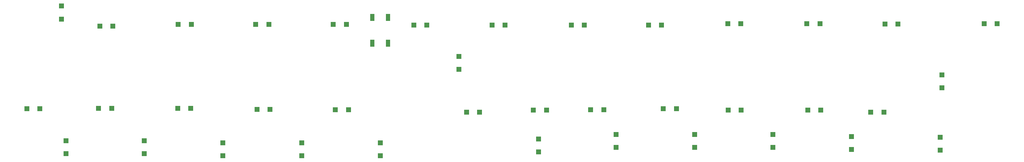
<source format=gbp>
G04 #@! TF.GenerationSoftware,KiCad,Pcbnew,(5.0.1)-3*
G04 #@! TF.CreationDate,2020-01-05T19:02:12+02:00*
G04 #@! TF.ProjectId,Memekeeb,4D656D656B6565622E6B696361645F70,rev?*
G04 #@! TF.SameCoordinates,Original*
G04 #@! TF.FileFunction,Paste,Bot*
G04 #@! TF.FilePolarity,Positive*
%FSLAX46Y46*%
G04 Gerber Fmt 4.6, Leading zero omitted, Abs format (unit mm)*
G04 Created by KiCad (PCBNEW (5.0.1)-3) date 01/05/20 19:02:12*
%MOMM*%
%LPD*%
G01*
G04 APERTURE LIST*
%ADD10R,1.200000X1.200000*%
%ADD11R,1.000000X1.700000*%
G04 APERTURE END LIST*
D10*
G04 #@! TO.C,D1*
X70300000Y-74075000D03*
X70300000Y-70925000D03*
G04 #@! TD*
G04 #@! TO.C,D2*
X79625000Y-75800000D03*
X82775000Y-75800000D03*
G04 #@! TD*
G04 #@! TO.C,D3*
X98625000Y-75400000D03*
X101775000Y-75400000D03*
G04 #@! TD*
G04 #@! TO.C,D4*
X117425000Y-75400000D03*
X120575000Y-75400000D03*
G04 #@! TD*
G04 #@! TO.C,D5*
X136225000Y-75400000D03*
X139375000Y-75400000D03*
G04 #@! TD*
G04 #@! TO.C,D6*
X158875000Y-75500000D03*
X155725000Y-75500000D03*
G04 #@! TD*
G04 #@! TO.C,D7*
X177875000Y-75500000D03*
X174725000Y-75500000D03*
G04 #@! TD*
G04 #@! TO.C,D8*
X197075000Y-75500000D03*
X193925000Y-75500000D03*
G04 #@! TD*
G04 #@! TO.C,D9*
X215775000Y-75500000D03*
X212625000Y-75500000D03*
G04 #@! TD*
G04 #@! TO.C,D10*
X234975000Y-75200000D03*
X231825000Y-75200000D03*
G04 #@! TD*
G04 #@! TO.C,D11*
X254175000Y-75200000D03*
X251025000Y-75200000D03*
G04 #@! TD*
G04 #@! TO.C,D12*
X273075000Y-75300000D03*
X269925000Y-75300000D03*
G04 #@! TD*
G04 #@! TO.C,D13*
X297175000Y-75200000D03*
X294025000Y-75200000D03*
G04 #@! TD*
G04 #@! TO.C,D14*
X61925000Y-95900000D03*
X65075000Y-95900000D03*
G04 #@! TD*
G04 #@! TO.C,D15*
X82475000Y-95800000D03*
X79325000Y-95800000D03*
G04 #@! TD*
G04 #@! TO.C,D16*
X101675000Y-95800000D03*
X98525000Y-95800000D03*
G04 #@! TD*
G04 #@! TO.C,D17*
X120875000Y-96000000D03*
X117725000Y-96000000D03*
G04 #@! TD*
G04 #@! TO.C,D18*
X139875000Y-96100000D03*
X136725000Y-96100000D03*
G04 #@! TD*
G04 #@! TO.C,D19*
X166700000Y-83125000D03*
X166700000Y-86275000D03*
G04 #@! TD*
G04 #@! TO.C,D20*
X187875000Y-96200000D03*
X184725000Y-96200000D03*
G04 #@! TD*
G04 #@! TO.C,D21*
X198625000Y-96100000D03*
X201775000Y-96100000D03*
G04 #@! TD*
G04 #@! TO.C,D22*
X216225000Y-95900000D03*
X219375000Y-95900000D03*
G04 #@! TD*
G04 #@! TO.C,D23*
X231925000Y-96200000D03*
X235075000Y-96200000D03*
G04 #@! TD*
G04 #@! TO.C,D24*
X251225000Y-96200000D03*
X254375000Y-96200000D03*
G04 #@! TD*
G04 #@! TO.C,D25*
X266525000Y-96700000D03*
X269675000Y-96700000D03*
G04 #@! TD*
G04 #@! TO.C,D27*
X71400000Y-106775000D03*
X71400000Y-103625000D03*
G04 #@! TD*
G04 #@! TO.C,D28*
X90400000Y-106775000D03*
X90400000Y-103625000D03*
G04 #@! TD*
G04 #@! TO.C,D29*
X109400000Y-107275000D03*
X109400000Y-104125000D03*
G04 #@! TD*
G04 #@! TO.C,D30*
X128600000Y-107275000D03*
X128600000Y-104125000D03*
G04 #@! TD*
G04 #@! TO.C,D31*
X147600000Y-107275000D03*
X147600000Y-104125000D03*
G04 #@! TD*
G04 #@! TO.C,D32*
X168525000Y-96700000D03*
X171675000Y-96700000D03*
G04 #@! TD*
G04 #@! TO.C,D33*
X186000000Y-106375000D03*
X186000000Y-103225000D03*
G04 #@! TD*
G04 #@! TO.C,D34*
X204800000Y-105275000D03*
X204800000Y-102125000D03*
G04 #@! TD*
G04 #@! TO.C,D35*
X223800000Y-105275000D03*
X223800000Y-102125000D03*
G04 #@! TD*
G04 #@! TO.C,D36*
X242800000Y-102125000D03*
X242800000Y-105275000D03*
G04 #@! TD*
G04 #@! TO.C,D37*
X261800000Y-105775000D03*
X261800000Y-102625000D03*
G04 #@! TD*
G04 #@! TO.C,D_1.25u1*
X283300000Y-105975000D03*
X283300000Y-102825000D03*
G04 #@! TD*
D11*
G04 #@! TO.C,SW_RST1*
X145700000Y-73650000D03*
X145700000Y-79950000D03*
X149500000Y-73650000D03*
X149500000Y-79950000D03*
G04 #@! TD*
D10*
G04 #@! TO.C,D_ISOENTR1*
X283800000Y-90775000D03*
X283800000Y-87625000D03*
G04 #@! TD*
M02*

</source>
